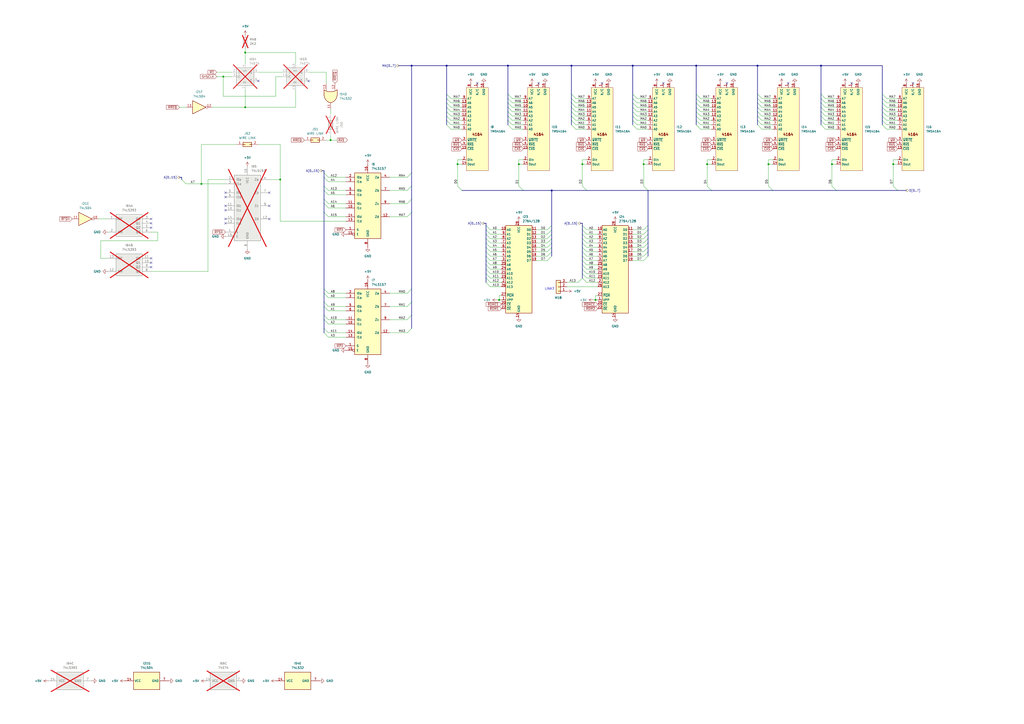
<source format=kicad_sch>
(kicad_sch (version 20250114) (generator "eeschema") (generator_version "9.0")
  (paper "A2")
  (text "LINK?" (at 318.77 167.64 0) (effects (font (size 1.27 1.27))))
  (junction (at 289.56 173.99))
  (junction (at 337.82 95.25))
  (junction (at 367.03 38.1))
  (junction (at 259.08 38.1))
  (junction (at 238.76 38.1))
  (junction (at 294.64 38.1))
  (junction (at 300.99 95.25))
  (junction (at 476.25 38.1))
  (junction (at 373.38 95.25))
  (junction (at 129.54 44.45))
  (junction (at 116.84 106.68))
  (junction (at 439.42 38.1))
  (junction (at 142.24 30.48))
  (junction (at 331.47 38.1))
  (junction (at 403.86 38.1))
  (junction (at 410.21 95.25))
  (junction (at 265.43 95.25))
  (junction (at 518.16 95.25))
  (junction (at 482.6 95.25))
  (junction (at 445.77 95.25))
  (junction (at 320.04 110.49))
  (junction (at 345.44 173.99))
  (junction (at 191.77 81.28))
  (junction (at 162.56 104.14))
  (junction (at 142.24 62.23))
  (no_connect (at 156.21 111.76))
  (no_connect (at 130.81 119.38))
  (no_connect (at 87.63 129.54))
  (no_connect (at 87.63 132.08))
  (no_connect (at 130.81 127))
  (no_connect (at 529.59 48.26))
  (no_connect (at 156.21 119.38))
  (no_connect (at 130.81 111.76))
  (no_connect (at 87.63 154.94))
  (no_connect (at 276.86 48.26))
  (no_connect (at 156.21 127))
  (no_connect (at 312.42 48.26))
  (no_connect (at 130.81 121.92))
  (no_connect (at 149.86 46.99))
  (no_connect (at 130.81 129.54))
  (no_connect (at 87.63 127))
  (no_connect (at 179.07 46.99))
  (no_connect (at 349.25 48.26))
  (no_connect (at 457.2 48.26))
  (no_connect (at 130.81 114.3))
  (no_connect (at 421.64 48.26))
  (no_connect (at 87.63 149.86))
  (no_connect (at 384.81 48.26))
  (no_connect (at 494.03 48.26))
  (no_connect (at 87.63 152.4))
  (bus_entry (at 317.5 135.89) (size 2.54 -2.54))
  (bus_entry (at 340.36 158.75) (size -2.54 -2.54))
  (bus_entry (at 369.57 69.85) (size -2.54 -2.54))
  (bus_entry (at 406.4 64.77) (size -2.54 -2.54))
  (bus_entry (at 190.5 177.8) (size -2.54 -2.54))
  (bus_entry (at 236.22 125.73) (size 2.54 -2.54))
  (bus_entry (at 441.96 57.15) (size -2.54 -2.54))
  (bus_entry (at 334.01 62.23) (size -2.54 -2.54))
  (bus_entry (at 335.28 163.83) (size 2.54 -2.54))
  (bus_entry (at 340.36 138.43) (size -2.54 -2.54))
  (bus_entry (at 478.79 64.77) (size -2.54 -2.54))
  (bus_entry (at 514.35 64.77) (size -2.54 -2.54))
  (bus_entry (at 190.5 120.65) (size -2.54 -2.54))
  (bus_entry (at 518.16 107.95) (size 2.54 2.54))
  (bus_entry (at 369.57 67.31) (size -2.54 -2.54))
  (bus_entry (at 373.38 133.35) (size 2.54 -2.54))
  (bus_entry (at 190.5 172.72) (size -2.54 -2.54))
  (bus_entry (at 317.5 133.35) (size 2.54 -2.54))
  (bus_entry (at 478.79 67.31) (size -2.54 -2.54))
  (bus_entry (at 441.96 74.93) (size -2.54 -2.54))
  (bus_entry (at 410.21 107.95) (size 2.54 2.54))
  (bus_entry (at 190.5 105.41) (size -2.54 -2.54))
  (bus_entry (at 190.5 102.87) (size -2.54 -2.54))
  (bus_entry (at 478.79 62.23) (size -2.54 -2.54))
  (bus_entry (at 340.36 161.29) (size -2.54 -2.54))
  (bus_entry (at 373.38 146.05) (size 2.54 -2.54))
  (bus_entry (at 284.48 138.43) (size -2.54 -2.54))
  (bus_entry (at 261.62 57.15) (size -2.54 -2.54))
  (bus_entry (at 261.62 69.85) (size -2.54 -2.54))
  (bus_entry (at 317.5 138.43) (size 2.54 -2.54))
  (bus_entry (at 514.35 67.31) (size -2.54 -2.54))
  (bus_entry (at 334.01 57.15) (size -2.54 -2.54))
  (bus_entry (at 284.48 148.59) (size -2.54 -2.54))
  (bus_entry (at 340.36 135.89) (size -2.54 -2.54))
  (bus_entry (at 284.48 153.67) (size -2.54 -2.54))
  (bus_entry (at 478.79 57.15) (size -2.54 -2.54))
  (bus_entry (at 190.5 170.18) (size -2.54 -2.54))
  (bus_entry (at 337.82 107.95) (size 2.54 2.54))
  (bus_entry (at 284.48 158.75) (size -2.54 -2.54))
  (bus_entry (at 373.38 143.51) (size 2.54 -2.54))
  (bus_entry (at 441.96 69.85) (size -2.54 -2.54))
  (bus_entry (at 406.4 57.15) (size -2.54 -2.54))
  (bus_entry (at 406.4 59.69) (size -2.54 -2.54))
  (bus_entry (at 334.01 59.69) (size -2.54 -2.54))
  (bus_entry (at 190.5 113.03) (size -2.54 -2.54))
  (bus_entry (at 284.48 166.37) (size -2.54 -2.54))
  (bus_entry (at 284.48 161.29) (size -2.54 -2.54))
  (bus_entry (at 482.6 107.95) (size 2.54 2.54))
  (bus_entry (at 369.57 62.23) (size -2.54 -2.54))
  (bus_entry (at 334.01 72.39) (size -2.54 -2.54))
  (bus_entry (at 190.5 180.34) (size -2.54 -2.54))
  (bus_entry (at 190.5 195.58) (size -2.54 -2.54))
  (bus_entry (at 261.62 64.77) (size -2.54 -2.54))
  (bus_entry (at 478.79 59.69) (size -2.54 -2.54))
  (bus_entry (at 441.96 62.23) (size -2.54 -2.54))
  (bus_entry (at 297.18 57.15) (size -2.54 -2.54))
  (bus_entry (at 340.36 163.83) (size -2.54 -2.54))
  (bus_entry (at 373.38 140.97) (size 2.54 -2.54))
  (bus_entry (at 334.01 69.85) (size -2.54 -2.54))
  (bus_entry (at 514.35 59.69) (size -2.54 -2.54))
  (bus_entry (at 441.96 72.39) (size -2.54 -2.54))
  (bus_entry (at 340.36 156.21) (size -2.54 -2.54))
  (bus_entry (at 317.5 146.05) (size 2.54 -2.54))
  (bus_entry (at 369.57 59.69) (size -2.54 -2.54))
  (bus_entry (at 441.96 67.31) (size -2.54 -2.54))
  (bus_entry (at 261.62 74.93) (size -2.54 -2.54))
  (bus_entry (at 406.4 67.31) (size -2.54 -2.54))
  (bus_entry (at 284.48 156.21) (size -2.54 -2.54))
  (bus_entry (at 478.79 74.93) (size -2.54 -2.54))
  (bus_entry (at 236.22 177.8) (size 2.54 -2.54))
  (bus_entry (at 300.99 107.95) (size 2.54 2.54))
  (bus_entry (at 190.5 118.11) (size -2.54 -2.54))
  (bus_entry (at 340.36 133.35) (size -2.54 -2.54))
  (bus_entry (at 373.38 135.89) (size 2.54 -2.54))
  (bus_entry (at 514.35 62.23) (size -2.54 -2.54))
  (bus_entry (at 334.01 64.77) (size -2.54 -2.54))
  (bus_entry (at 284.48 133.35) (size -2.54 -2.54))
  (bus_entry (at 406.4 72.39) (size -2.54 -2.54))
  (bus_entry (at 261.62 67.31) (size -2.54 -2.54))
  (bus_entry (at 261.62 62.23) (size -2.54 -2.54))
  (bus_entry (at 373.38 138.43) (size 2.54 -2.54))
  (bus_entry (at 441.96 64.77) (size -2.54 -2.54))
  (bus_entry (at 284.48 146.05) (size -2.54 -2.54))
  (bus_entry (at 297.18 69.85) (size -2.54 -2.54))
  (bus_entry (at 236.22 193.04) (size 2.54 -2.54))
  (bus_entry (at 340.36 143.51) (size -2.54 -2.54))
  (bus_entry (at 236.22 185.42) (size 2.54 -2.54))
  (bus_entry (at 334.01 67.31) (size -2.54 -2.54))
  (bus_entry (at 297.18 72.39) (size -2.54 -2.54))
  (bus_entry (at 284.48 143.51) (size -2.54 -2.54))
  (bus_entry (at 441.96 59.69) (size -2.54 -2.54))
  (bus_entry (at 514.35 72.39) (size -2.54 -2.54))
  (bus_entry (at 284.48 135.89) (size -2.54 -2.54))
  (bus_entry (at 317.5 143.51) (size 2.54 -2.54))
  (bus_entry (at 373.38 151.13) (size 2.54 -2.54))
  (bus_entry (at 445.77 107.95) (size 2.54 2.54))
  (bus_entry (at 514.35 69.85) (size -2.54 -2.54))
  (bus_entry (at 340.36 151.13) (size -2.54 -2.54))
  (bus_entry (at 406.4 74.93) (size -2.54 -2.54))
  (bus_entry (at 190.5 110.49) (size -2.54 -2.54))
  (bus_entry (at 107.95 106.68) (size -2.54 -2.54))
  (bus_entry (at 478.79 72.39) (size -2.54 -2.54))
  (bus_entry (at 265.43 107.95) (size 2.54 2.54))
  (bus_entry (at 373.38 148.59) (size 2.54 -2.54))
  (bus_entry (at 369.57 74.93) (size -2.54 -2.54))
  (bus_entry (at 236.22 170.18) (size 2.54 -2.54))
  (bus_entry (at 317.5 148.59) (size 2.54 -2.54))
  (bus_entry (at 297.18 62.23) (size -2.54 -2.54))
  (bus_entry (at 236.22 102.87) (size 2.54 -2.54))
  (bus_entry (at 317.5 151.13) (size 2.54 -2.54))
  (bus_entry (at 373.38 107.95) (size 2.54 2.54))
  (bus_entry (at 190.5 193.04) (size -2.54 -2.54))
  (bus_entry (at 284.48 151.13) (size -2.54 -2.54))
  (bus_entry (at 514.35 74.93) (size -2.54 -2.54))
  (bus_entry (at 236.22 118.11) (size 2.54 -2.54))
  (bus_entry (at 236.22 110.49) (size 2.54 -2.54))
  (bus_entry (at 190.5 187.96) (size -2.54 -2.54))
  (bus_entry (at 261.62 72.39) (size -2.54 -2.54))
  (bus_entry (at 190.5 125.73) (size -2.54 -2.54))
  (bus_entry (at 284.48 163.83) (size -2.54 -2.54))
  (bus_entry (at 340.36 146.05) (size -2.54 -2.54))
  (bus_entry (at 369.57 72.39) (size -2.54 -2.54))
  (bus_entry (at 297.18 64.77) (size -2.54 -2.54))
  (bus_entry (at 406.4 69.85) (size -2.54 -2.54))
  (bus_entry (at 406.4 62.23) (size -2.54 -2.54))
  (bus_entry (at 190.5 185.42) (size -2.54 -2.54))
  (bus_entry (at 261.62 59.69) (size -2.54 -2.54))
  (bus_entry (at 340.36 140.97) (size -2.54 -2.54))
  (bus_entry (at 340.36 148.59) (size -2.54 -2.54))
  (bus_entry (at 369.57 64.77) (size -2.54 -2.54))
  (bus_entry (at 340.36 153.67) (size -2.54 -2.54))
  (bus_entry (at 284.48 140.97) (size -2.54 -2.54))
  (bus_entry (at 297.18 59.69) (size -2.54 -2.54))
  (bus_entry (at 317.5 140.97) (size 2.54 -2.54))
  (bus_entry (at 478.79 69.85) (size -2.54 -2.54))
  (bus_entry (at 334.01 74.93) (size -2.54 -2.54))
  (bus_entry (at 369.57 57.15) (size -2.54 -2.54))
  (bus_entry (at 297.18 74.93) (size -2.54 -2.54))
  (bus_entry (at 514.35 57.15) (size -2.54 -2.54))
  (bus_entry (at 297.18 67.31) (size -2.54 -2.54))
  (bus (pts (xy 476.25 38.1) (xy 476.25 54.61)))
  (wire (pts (xy 346.71 151.13) (xy 340.36 151.13)))
  (bus (pts (xy 439.42 67.31) (xy 439.42 69.85)))
  (bus (pts (xy 367.03 59.69) (xy 367.03 62.23)))
  (bus (pts (xy 238.76 107.95) (xy 238.76 100.33)))
  (wire (pts (xy 485.14 74.93) (xy 478.79 74.93)))
  (bus (pts (xy 340.36 110.49) (xy 375.92 110.49)))
  (wire (pts (xy 346.71 138.43) (xy 340.36 138.43)))
  (wire (pts (xy 375.92 74.93) (xy 369.57 74.93)))
  (bus (pts (xy 259.08 54.61) (xy 259.08 57.15)))
  (wire (pts (xy 162.56 104.14) (xy 162.56 128.27)))
  (bus (pts (xy 403.86 59.69) (xy 403.86 62.23)))
  (wire (pts (xy 290.83 138.43) (xy 284.48 138.43)))
  (wire (pts (xy 200.66 113.03) (xy 190.5 113.03)))
  (wire (pts (xy 200.66 185.42) (xy 190.5 185.42)))
  (bus (pts (xy 403.86 57.15) (xy 403.86 59.69)))
  (bus (pts (xy 337.82 133.35) (xy 337.82 135.89)))
  (bus (pts (xy 187.96 110.49) (xy 187.96 115.57)))
  (bus (pts (xy 412.75 110.49) (xy 448.31 110.49)))
  (wire (pts (xy 160.02 44.45) (xy 163.83 44.45)))
  (wire (pts (xy 142.24 27.94) (xy 142.24 30.48)))
  (bus (pts (xy 320.04 140.97) (xy 320.04 143.51)))
  (bus (pts (xy 375.92 146.05) (xy 375.92 148.59)))
  (wire (pts (xy 303.53 57.15) (xy 297.18 57.15)))
  (bus (pts (xy 294.64 54.61) (xy 294.64 57.15)))
  (wire (pts (xy 87.63 157.48) (xy 120.65 157.48)))
  (wire (pts (xy 303.53 62.23) (xy 297.18 62.23)))
  (bus (pts (xy 281.94 158.75) (xy 281.94 161.29)))
  (bus (pts (xy 187.96 190.5) (xy 187.96 193.04)))
  (wire (pts (xy 171.45 30.48) (xy 142.24 30.48)))
  (wire (pts (xy 346.71 146.05) (xy 340.36 146.05)))
  (wire (pts (xy 448.31 57.15) (xy 441.96 57.15)))
  (wire (pts (xy 290.83 156.21) (xy 284.48 156.21)))
  (bus (pts (xy 439.42 64.77) (xy 439.42 67.31)))
  (wire (pts (xy 373.38 95.25) (xy 373.38 107.95)))
  (wire (pts (xy 445.77 92.71) (xy 445.77 95.25)))
  (wire (pts (xy 412.75 72.39) (xy 406.4 72.39)))
  (wire (pts (xy 345.44 173.99) (xy 346.71 173.99)))
  (bus (pts (xy 485.14 110.49) (xy 520.7 110.49)))
  (bus (pts (xy 337.82 129.54) (xy 337.82 130.81)))
  (wire (pts (xy 171.45 62.23) (xy 171.45 52.07)))
  (wire (pts (xy 375.92 64.77) (xy 369.57 64.77)))
  (bus (pts (xy 187.96 102.87) (xy 187.96 107.95)))
  (bus (pts (xy 331.47 67.31) (xy 331.47 69.85)))
  (wire (pts (xy 290.83 146.05) (xy 284.48 146.05)))
  (bus (pts (xy 320.04 135.89) (xy 320.04 138.43)))
  (bus (pts (xy 238.76 38.1) (xy 259.08 38.1)))
  (bus (pts (xy 281.94 130.81) (xy 281.94 133.35)))
  (wire (pts (xy 448.31 67.31) (xy 441.96 67.31)))
  (wire (pts (xy 367.03 133.35) (xy 373.38 133.35)))
  (wire (pts (xy 311.15 148.59) (xy 317.5 148.59)))
  (wire (pts (xy 520.7 57.15) (xy 514.35 57.15)))
  (bus (pts (xy 520.7 110.49) (xy 525.78 110.49)))
  (bus (pts (xy 331.47 57.15) (xy 331.47 59.69)))
  (wire (pts (xy 412.75 67.31) (xy 406.4 67.31)))
  (wire (pts (xy 346.71 171.45) (xy 345.44 171.45)))
  (wire (pts (xy 448.31 92.71) (xy 445.77 92.71)))
  (bus (pts (xy 187.96 175.26) (xy 187.96 177.8)))
  (wire (pts (xy 412.75 59.69) (xy 406.4 59.69)))
  (bus (pts (xy 259.08 64.77) (xy 259.08 67.31)))
  (wire (pts (xy 226.06 118.11) (xy 236.22 118.11)))
  (wire (pts (xy 340.36 59.69) (xy 334.01 59.69)))
  (wire (pts (xy 448.31 59.69) (xy 441.96 59.69)))
  (wire (pts (xy 91.44 134.62) (xy 91.44 139.7)))
  (bus (pts (xy 303.53 110.49) (xy 320.04 110.49)))
  (bus (pts (xy 238.76 190.5) (xy 238.76 182.88)))
  (wire (pts (xy 448.31 72.39) (xy 441.96 72.39)))
  (bus (pts (xy 375.92 110.49) (xy 375.92 130.81)))
  (wire (pts (xy 290.83 148.59) (xy 284.48 148.59)))
  (wire (pts (xy 226.06 125.73) (xy 236.22 125.73)))
  (wire (pts (xy 311.15 146.05) (xy 317.5 146.05)))
  (wire (pts (xy 200.66 177.8) (xy 190.5 177.8)))
  (wire (pts (xy 191.77 66.04) (xy 191.77 63.5)))
  (bus (pts (xy 320.04 138.43) (xy 320.04 140.97)))
  (bus (pts (xy 476.25 38.1) (xy 511.81 38.1)))
  (bus (pts (xy 439.42 57.15) (xy 439.42 59.69)))
  (wire (pts (xy 520.7 62.23) (xy 514.35 62.23)))
  (bus (pts (xy 187.96 100.33) (xy 187.96 102.87)))
  (bus (pts (xy 367.03 38.1) (xy 367.03 54.61)))
  (bus (pts (xy 187.96 182.88) (xy 187.96 185.42)))
  (bus (pts (xy 104.14 102.87) (xy 105.41 102.87)))
  (bus (pts (xy 476.25 62.23) (xy 476.25 64.77)))
  (wire (pts (xy 189.23 41.91) (xy 179.07 41.91)))
  (wire (pts (xy 346.71 163.83) (xy 340.36 163.83)))
  (wire (pts (xy 171.45 36.83) (xy 171.45 30.48)))
  (bus (pts (xy 238.76 100.33) (xy 238.76 38.1)))
  (wire (pts (xy 520.7 74.93) (xy 514.35 74.93)))
  (wire (pts (xy 200.66 102.87) (xy 190.5 102.87)))
  (wire (pts (xy 300.99 95.25) (xy 300.99 107.95)))
  (wire (pts (xy 482.6 95.25) (xy 485.14 95.25)))
  (bus (pts (xy 259.08 59.69) (xy 259.08 62.23)))
  (bus (pts (xy 337.82 143.51) (xy 337.82 146.05)))
  (bus (pts (xy 281.94 161.29) (xy 281.94 163.83)))
  (wire (pts (xy 200.66 193.04) (xy 190.5 193.04)))
  (bus (pts (xy 375.92 110.49) (xy 412.75 110.49)))
  (bus (pts (xy 367.03 62.23) (xy 367.03 64.77)))
  (wire (pts (xy 340.36 57.15) (xy 334.01 57.15)))
  (wire (pts (xy 410.21 95.25) (xy 410.21 107.95)))
  (bus (pts (xy 186.69 99.06) (xy 187.96 99.06)))
  (wire (pts (xy 290.83 166.37) (xy 284.48 166.37)))
  (wire (pts (xy 120.65 157.48) (xy 120.65 104.14)))
  (wire (pts (xy 367.03 140.97) (xy 373.38 140.97)))
  (wire (pts (xy 116.84 106.68) (xy 130.81 106.68)))
  (wire (pts (xy 300.99 95.25) (xy 303.53 95.25)))
  (wire (pts (xy 125.73 41.91) (xy 134.62 41.91)))
  (wire (pts (xy 518.16 92.71) (xy 518.16 95.25)))
  (bus (pts (xy 337.82 158.75) (xy 337.82 161.29)))
  (wire (pts (xy 375.92 57.15) (xy 369.57 57.15)))
  (bus (pts (xy 511.81 59.69) (xy 511.81 62.23)))
  (wire (pts (xy 226.06 102.87) (xy 236.22 102.87)))
  (wire (pts (xy 303.53 92.71) (xy 300.99 92.71)))
  (wire (pts (xy 445.77 95.25) (xy 445.77 107.95)))
  (bus (pts (xy 259.08 38.1) (xy 294.64 38.1)))
  (wire (pts (xy 410.21 92.71) (xy 410.21 95.25)))
  (wire (pts (xy 375.92 67.31) (xy 369.57 67.31)))
  (wire (pts (xy 200.66 170.18) (xy 190.5 170.18)))
  (wire (pts (xy 367.03 135.89) (xy 373.38 135.89)))
  (wire (pts (xy 346.71 153.67) (xy 340.36 153.67)))
  (wire (pts (xy 191.77 81.28) (xy 191.77 78.74)))
  (wire (pts (xy 156.21 104.14) (xy 162.56 104.14)))
  (wire (pts (xy 445.77 95.25) (xy 448.31 95.25)))
  (wire (pts (xy 200.66 195.58) (xy 190.5 195.58)))
  (wire (pts (xy 373.38 95.25) (xy 375.92 95.25)))
  (wire (pts (xy 367.03 138.43) (xy 373.38 138.43)))
  (bus (pts (xy 320.04 130.81) (xy 320.04 133.35)))
  (wire (pts (xy 518.16 95.25) (xy 518.16 107.95)))
  (bus (pts (xy 403.86 69.85) (xy 403.86 72.39)))
  (bus (pts (xy 511.81 54.61) (xy 511.81 57.15)))
  (bus (pts (xy 476.25 69.85) (xy 476.25 72.39)))
  (wire (pts (xy 340.36 72.39) (xy 334.01 72.39)))
  (bus (pts (xy 281.94 138.43) (xy 281.94 140.97)))
  (bus (pts (xy 367.03 57.15) (xy 367.03 59.69)))
  (wire (pts (xy 328.93 163.83) (xy 335.28 163.83)))
  (bus (pts (xy 476.25 67.31) (xy 476.25 69.85)))
  (bus (pts (xy 367.03 38.1) (xy 403.86 38.1)))
  (wire (pts (xy 290.83 161.29) (xy 284.48 161.29)))
  (bus (pts (xy 281.94 156.21) (xy 281.94 158.75)))
  (wire (pts (xy 226.06 177.8) (xy 236.22 177.8)))
  (wire (pts (xy 367.03 151.13) (xy 373.38 151.13)))
  (bus (pts (xy 331.47 64.77) (xy 331.47 67.31)))
  (bus (pts (xy 439.42 38.1) (xy 476.25 38.1)))
  (wire (pts (xy 375.92 59.69) (xy 369.57 59.69)))
  (bus (pts (xy 367.03 69.85) (xy 367.03 72.39)))
  (wire (pts (xy 200.66 180.34) (xy 190.5 180.34)))
  (wire (pts (xy 267.97 69.85) (xy 261.62 69.85)))
  (bus (pts (xy 337.82 148.59) (xy 337.82 151.13)))
  (bus (pts (xy 187.96 107.95) (xy 187.96 110.49)))
  (bus (pts (xy 367.03 64.77) (xy 367.03 67.31)))
  (bus (pts (xy 238.76 115.57) (xy 238.76 107.95)))
  (bus (pts (xy 331.47 62.23) (xy 331.47 64.77)))
  (wire (pts (xy 448.31 62.23) (xy 441.96 62.23)))
  (wire (pts (xy 482.6 95.25) (xy 482.6 107.95)))
  (wire (pts (xy 142.24 62.23) (xy 171.45 62.23)))
  (wire (pts (xy 149.86 41.91) (xy 163.83 41.91)))
  (wire (pts (xy 200.66 105.41) (xy 190.5 105.41)))
  (wire (pts (xy 290.83 163.83) (xy 284.48 163.83)))
  (wire (pts (xy 290.83 153.67) (xy 284.48 153.67)))
  (wire (pts (xy 485.14 57.15) (xy 478.79 57.15)))
  (wire (pts (xy 485.14 67.31) (xy 478.79 67.31)))
  (wire (pts (xy 288.29 173.99) (xy 289.56 173.99)))
  (bus (pts (xy 403.86 67.31) (xy 403.86 69.85)))
  (wire (pts (xy 340.36 62.23) (xy 334.01 62.23)))
  (wire (pts (xy 412.75 62.23) (xy 406.4 62.23)))
  (wire (pts (xy 226.06 170.18) (xy 236.22 170.18)))
  (wire (pts (xy 289.56 171.45) (xy 289.56 173.99)))
  (wire (pts (xy 57.15 127) (xy 62.23 127)))
  (wire (pts (xy 267.97 92.71) (xy 265.43 92.71)))
  (wire (pts (xy 290.83 133.35) (xy 284.48 133.35)))
  (wire (pts (xy 123.19 62.23) (xy 142.24 62.23)))
  (bus (pts (xy 331.47 38.1) (xy 331.47 54.61)))
  (wire (pts (xy 373.38 92.71) (xy 373.38 95.25)))
  (wire (pts (xy 346.71 158.75) (xy 340.36 158.75)))
  (bus (pts (xy 294.64 38.1) (xy 331.47 38.1)))
  (wire (pts (xy 267.97 64.77) (xy 261.62 64.77)))
  (wire (pts (xy 129.54 55.88) (xy 160.02 55.88)))
  (wire (pts (xy 116.84 83.82) (xy 116.84 106.68)))
  (bus (pts (xy 320.04 110.49) (xy 340.36 110.49)))
  (wire (pts (xy 226.06 185.42) (xy 236.22 185.42)))
  (bus (pts (xy 238.76 167.64) (xy 238.76 123.19)))
  (bus (pts (xy 320.04 133.35) (xy 320.04 135.89)))
  (bus (pts (xy 187.96 185.42) (xy 187.96 190.5)))
  (wire (pts (xy 162.56 83.82) (xy 149.86 83.82)))
  (wire (pts (xy 267.97 74.93) (xy 261.62 74.93)))
  (bus (pts (xy 375.92 133.35) (xy 375.92 135.89)))
  (wire (pts (xy 518.16 95.25) (xy 520.7 95.25)))
  (wire (pts (xy 340.36 74.93) (xy 334.01 74.93)))
  (wire (pts (xy 337.82 92.71) (xy 337.82 95.25)))
  (bus (pts (xy 375.92 140.97) (xy 375.92 143.51)))
  (bus (pts (xy 267.97 110.49) (xy 303.53 110.49)))
  (wire (pts (xy 129.54 44.45) (xy 129.54 55.88)))
  (wire (pts (xy 340.36 92.71) (xy 337.82 92.71)))
  (wire (pts (xy 303.53 59.69) (xy 297.18 59.69)))
  (wire (pts (xy 375.92 69.85) (xy 369.57 69.85)))
  (wire (pts (xy 189.23 81.28) (xy 191.77 81.28)))
  (bus (pts (xy 238.76 123.19) (xy 238.76 115.57)))
  (bus (pts (xy 331.47 69.85) (xy 331.47 72.39)))
  (wire (pts (xy 448.31 69.85) (xy 441.96 69.85)))
  (bus (pts (xy 294.64 38.1) (xy 294.64 54.61)))
  (wire (pts (xy 125.73 44.45) (xy 129.54 44.45)))
  (bus (pts (xy 259.08 38.1) (xy 259.08 54.61)))
  (wire (pts (xy 410.21 95.25) (xy 412.75 95.25)))
  (bus (pts (xy 187.96 170.18) (xy 187.96 175.26)))
  (bus (pts (xy 294.64 59.69) (xy 294.64 62.23)))
  (wire (pts (xy 485.14 62.23) (xy 478.79 62.23)))
  (wire (pts (xy 303.53 67.31) (xy 297.18 67.31)))
  (bus (pts (xy 280.67 129.54) (xy 281.94 129.54)))
  (wire (pts (xy 485.14 59.69) (xy 478.79 59.69)))
  (wire (pts (xy 340.36 64.77) (xy 334.01 64.77)))
  (bus (pts (xy 238.76 175.26) (xy 238.76 167.64)))
  (bus (pts (xy 337.82 135.89) (xy 337.82 138.43)))
  (bus (pts (xy 476.25 64.77) (xy 476.25 67.31)))
  (wire (pts (xy 226.06 110.49) (xy 236.22 110.49)))
  (wire (pts (xy 290.83 158.75) (xy 284.48 158.75)))
  (bus (pts (xy 511.81 38.1) (xy 511.81 54.61)))
  (wire (pts (xy 267.97 67.31) (xy 261.62 67.31)))
  (bus (pts (xy 337.82 151.13) (xy 337.82 153.67)))
  (bus (pts (xy 187.96 118.11) (xy 187.96 123.19)))
  (bus (pts (xy 439.42 69.85) (xy 439.42 72.39)))
  (bus (pts (xy 476.25 59.69) (xy 476.25 62.23)))
  (bus (pts (xy 187.96 115.57) (xy 187.96 118.11)))
  (bus (pts (xy 337.82 138.43) (xy 337.82 140.97)))
  (wire (pts (xy 191.77 81.28) (xy 195.58 81.28)))
  (wire (pts (xy 337.82 95.25) (xy 340.36 95.25)))
  (bus (pts (xy 320.04 146.05) (xy 320.04 148.59)))
  (bus (pts (xy 238.76 182.88) (xy 238.76 175.26)))
  (wire (pts (xy 448.31 64.77) (xy 441.96 64.77)))
  (bus (pts (xy 259.08 62.23) (xy 259.08 64.77)))
  (wire (pts (xy 367.03 148.59) (xy 373.38 148.59)))
  (wire (pts (xy 520.7 59.69) (xy 514.35 59.69)))
  (bus (pts (xy 337.82 146.05) (xy 337.82 148.59)))
  (bus (pts (xy 187.96 177.8) (xy 187.96 182.88)))
  (wire (pts (xy 340.36 69.85) (xy 334.01 69.85)))
  (wire (pts (xy 375.92 62.23) (xy 369.57 62.23)))
  (bus (pts (xy 511.81 69.85) (xy 511.81 72.39)))
  (wire (pts (xy 200.66 118.11) (xy 190.5 118.11)))
  (wire (pts (xy 120.65 104.14) (xy 130.81 104.14)))
  (wire (pts (xy 412.75 64.77) (xy 406.4 64.77)))
  (bus (pts (xy 439.42 38.1) (xy 439.42 54.61)))
  (wire (pts (xy 412.75 69.85) (xy 406.4 69.85)))
  (wire (pts (xy 485.14 92.71) (xy 482.6 92.71)))
  (wire (pts (xy 267.97 57.15) (xy 261.62 57.15)))
  (bus (pts (xy 476.25 57.15) (xy 476.25 59.69)))
  (wire (pts (xy 346.71 140.97) (xy 340.36 140.97)))
  (bus (pts (xy 281.94 133.35) (xy 281.94 135.89)))
  (wire (pts (xy 520.7 72.39) (xy 514.35 72.39)))
  (wire (pts (xy 346.71 143.51) (xy 340.36 143.51)))
  (wire (pts (xy 200.66 110.49) (xy 190.5 110.49)))
  (wire (pts (xy 200.66 187.96) (xy 190.5 187.96)))
  (bus (pts (xy 281.94 143.51) (xy 281.94 146.05)))
  (wire (pts (xy 412.75 74.93) (xy 406.4 74.93)))
  (wire (pts (xy 346.71 148.59) (xy 340.36 148.59)))
  (wire (pts (xy 265.43 92.71) (xy 265.43 95.25)))
  (wire (pts (xy 267.97 72.39) (xy 261.62 72.39)))
  (wire (pts (xy 367.03 143.51) (xy 373.38 143.51)))
  (wire (pts (xy 162.56 104.14) (xy 162.56 83.82)))
  (wire (pts (xy 485.14 69.85) (xy 478.79 69.85)))
  (bus (pts (xy 367.03 67.31) (xy 367.03 69.85)))
  (wire (pts (xy 137.16 83.82) (xy 116.84 83.82)))
  (wire (pts (xy 290.83 151.13) (xy 284.48 151.13)))
  (wire (pts (xy 520.7 92.71) (xy 518.16 92.71)))
  (bus (pts (xy 281.94 153.67) (xy 281.94 156.21)))
  (bus (pts (xy 294.64 69.85) (xy 294.64 72.39)))
  (wire (pts (xy 200.66 125.73) (xy 190.5 125.73)))
  (wire (pts (xy 58.42 149.86) (xy 62.23 149.86)))
  (wire (pts (xy 311.15 135.89) (xy 317.5 135.89)))
  (bus (pts (xy 448.31 110.49) (xy 485.14 110.49)))
  (bus (pts (xy 403.86 64.77) (xy 403.86 67.31)))
  (wire (pts (xy 346.71 133.35) (xy 340.36 133.35)))
  (wire (pts (xy 303.53 64.77) (xy 297.18 64.77)))
  (bus (pts (xy 281.94 151.13) (xy 281.94 153.67)))
  (wire (pts (xy 485.14 64.77) (xy 478.79 64.77)))
  (bus (pts (xy 259.08 57.15) (xy 259.08 59.69)))
  (wire (pts (xy 448.31 74.93) (xy 441.96 74.93)))
  (bus (pts (xy 511.81 64.77) (xy 511.81 67.31)))
  (bus (pts (xy 337.82 156.21) (xy 337.82 158.75)))
  (wire (pts (xy 311.15 143.51) (xy 317.5 143.51)))
  (wire (pts (xy 160.02 55.88) (xy 160.02 44.45)))
  (wire (pts (xy 482.6 92.71) (xy 482.6 95.25)))
  (wire (pts (xy 337.82 95.25) (xy 337.82 107.95)))
  (wire (pts (xy 87.63 134.62) (xy 91.44 134.62)))
  (bus (pts (xy 259.08 69.85) (xy 259.08 72.39)))
  (wire (pts (xy 91.44 139.7) (xy 58.42 139.7)))
  (wire (pts (xy 200.66 120.65) (xy 190.5 120.65)))
  (bus (pts (xy 439.42 62.23) (xy 439.42 64.77)))
  (bus (pts (xy 403.86 54.61) (xy 403.86 57.15)))
  (bus (pts (xy 281.94 148.59) (xy 281.94 151.13)))
  (bus (pts (xy 259.08 67.31) (xy 259.08 69.85)))
  (bus (pts (xy 238.76 38.1) (xy 231.14 38.1)))
  (wire (pts (xy 303.53 72.39) (xy 297.18 72.39)))
  (bus (pts (xy 337.82 153.67) (xy 337.82 156.21)))
  (wire (pts (xy 265.43 95.25) (xy 267.97 95.25)))
  (bus (pts (xy 336.55 129.54) (xy 337.82 129.54)))
  (bus (pts (xy 294.64 64.77) (xy 294.64 67.31)))
  (wire (pts (xy 345.44 171.45) (xy 345.44 173.99)))
  (bus (pts (xy 367.03 54.61) (xy 367.03 57.15)))
  (bus (pts (xy 476.25 54.61) (xy 476.25 57.15)))
  (bus (pts (xy 375.92 143.51) (xy 375.92 146.05)))
  (wire (pts (xy 162.56 128.27) (xy 200.66 128.27)))
  (wire (pts (xy 267.97 62.23) (xy 261.62 62.23)))
  (wire (pts (xy 375.92 92.71) (xy 373.38 92.71)))
  (bus (pts (xy 187.96 123.19) (xy 187.96 167.64)))
  (wire (pts (xy 290.83 171.45) (xy 289.56 171.45)))
  (bus (pts (xy 320.04 143.51) (xy 320.04 146.05)))
  (bus (pts (xy 403.86 38.1) (xy 403.86 54.61)))
  (bus (pts (xy 375.92 130.81) (xy 375.92 133.35)))
  (wire (pts (xy 265.43 95.25) (xy 265.43 107.95)))
  (wire (pts (xy 328.93 166.37) (xy 346.71 166.37)))
  (bus (pts (xy 105.41 102.87) (xy 105.41 104.14)))
  (bus (pts (xy 439.42 54.61) (xy 439.42 57.15)))
  (wire (pts (xy 346.71 156.21) (xy 340.36 156.21)))
  (wire (pts (xy 289.56 173.99) (xy 290.83 173.99)))
  (bus (pts (xy 337.82 140.97) (xy 337.82 143.51)))
  (bus (pts (xy 511.81 67.31) (xy 511.81 69.85)))
  (bus (pts (xy 403.86 62.23) (xy 403.86 64.77)))
  (wire (pts (xy 303.53 69.85) (xy 297.18 69.85)))
  (bus (pts (xy 320.04 110.49) (xy 320.04 130.81)))
  (wire (pts (xy 340.36 67.31) (xy 334.01 67.31)))
  (bus (pts (xy 403.86 38.1) (xy 439.42 38.1)))
  (bus (pts (xy 331.47 38.1) (xy 367.03 38.1)))
  (wire (pts (xy 200.66 172.72) (xy 190.5 172.72)))
  (wire (pts (xy 142.24 30.48) (xy 142.24 36.83)))
  (wire (pts (xy 311.15 133.35) (xy 317.5 133.35)))
  (wire (pts (xy 311.15 138.43) (xy 317.5 138.43)))
  (bus (pts (xy 331.47 59.69) (xy 331.47 62.23)))
  (wire (pts (xy 520.7 69.85) (xy 514.35 69.85)))
  (wire (pts (xy 142.24 52.07) (xy 142.24 62.23)))
  (bus (pts (xy 281.94 140.97) (xy 281.94 143.51)))
  (bus (pts (xy 281.94 146.05) (xy 281.94 148.59)))
  (wire (pts (xy 104.14 62.23) (xy 107.95 62.23)))
  (wire (pts (xy 267.97 59.69) (xy 261.62 59.69)))
  (wire (pts (xy 344.17 173.99) (xy 345.44 173.99)))
  (bus (pts (xy 294.64 62.23) (xy 294.64 64.77)))
  (wire (pts (xy 290.83 135.89) (xy 284.48 135.89)))
  (wire (pts (xy 134.62 44.45) (xy 129.54 44.45)))
  (bus (pts (xy 294.64 57.15) (xy 294.64 59.69)))
  (wire (pts (xy 303.53 74.93) (xy 297.18 74.93)))
  (bus (pts (xy 375.92 138.43) (xy 375.92 140.97)))
  (bus (pts (xy 294.64 67.31) (xy 294.64 69.85)))
  (bus (pts (xy 439.42 59.69) (xy 439.42 62.23)))
  (wire (pts (xy 311.15 140.97) (xy 317.5 140.97)))
  (wire (pts (xy 520.7 64.77) (xy 514.35 64.77)))
  (bus (pts (xy 375.92 135.89) (xy 375.92 138.43)))
  (wire (pts (xy 290.83 143.51) (xy 284.48 143.51)))
  (wire (pts (xy 300.99 92.71) (xy 300.99 95.25)))
  (bus (pts (xy 187.96 167.64) (xy 187.96 170.18)))
  (wire (pts (xy 520.7 67.31) (xy 514.35 67.31)))
  (bus (pts (xy 511.81 62.23) (xy 511.81 64.77)))
  (bus (pts (xy 281.94 129.54) (xy 281.94 130.81)))
  (bus (pts (xy 331.47 54.61) (xy 331.47 57.15)))
  (wire (pts (xy 367.03 146.05) (xy 373.38 146.05)))
  (wire (pts (xy 346.71 161.29) (xy 340.36 161.29)))
  (wire (pts (xy 226.06 193.04) (xy 236.22 193.04)))
  (wire (pts (xy 375.92 72.39) (xy 369.57 72.39)))
  (bus (pts (xy 337.82 130.81) (xy 337.82 133.35)))
  (wire (pts (xy 485.14 72.39) (xy 478.79 72.39)))
  (wire (pts (xy 290.83 140.97) (xy 284.48 140.97)))
  (wire (pts (xy 346.71 135.89) (xy 340.36 135.89)))
  (wire (pts (xy 107.95 106.68) (xy 116.84 106.68)))
  (wire (pts (xy 412.75 92.71) (xy 410.21 92.71)))
  (wire (pts (xy 311.15 151.13) (xy 317.5 151.13)))
  (bus (pts (xy 187.96 99.06) (xy 187.96 100.33)))
  (bus (pts (xy 511.81 57.15) (xy 511.81 59.69)))
  (wire (pts (xy 189.23 48.26) (xy 189.23 41.91)))
  (bus (pts (xy 281.94 135.89) (xy 281.94 138.43)))
  (wire (pts (xy 412.75 57.15) (xy 406.4 57.15)))
  (wire (pts (xy 58.42 139.7) (xy 58.42 149.86)))
  (label "D2" (at 369.57 138.43 0))
  (label "A13" (at 334.01 163.83 180))
  (label "D5" (at 445.77 106.68 90))
  (label "MA7" (at 480.06 57.15 0))
  (label "MA2" (at 480.06 69.85 0))
  (label "D6" (at 482.6 106.68 90))
  (label "MA2" (at 371.2588 69.85 0))
  (label "A5" (at 341.63 146.05 0))
  (label "MA4" (at 335.28 64.77 0))
  (label "MA6" (at 262.89 59.69 0))
  (label "A10" (at 285.75 158.75 0))
  (label "A11" (at 191.77 193.04 0))
  (label "MA6" (at 515.62 59.69 0))
  (label "A3" (at 191.77 195.58 0))
  (label "A5" (at 191.77 113.03 0))
  (label "D0" (at 369.57 133.35 0))
  (label "D2" (at 313.69 138.43 0))
  (label "MA7" (at 371.2588 57.15 0))
  (label "MA6" (at 371.2588 59.69 0))
  (label "MA5" (at 371.2588 62.23 0))
  (label "MA1" (at 515.62 72.39 0))
  (label "A8" (at 341.63 153.67 0))
  (label "MA5" (at 480.06 62.23 0))
  (label "MA0" (at 515.62 74.93 0))
  (label "MA4" (at 262.89 64.77 0))
  (label "D4" (at 369.57 143.51 0))
  (label "A4" (at 285.75 143.51 0))
  (label "A2" (at 285.75 138.43 0))
  (label "MA4" (at 443.23 64.77 0))
  (label "D5" (at 313.69 146.05 0))
  (label "MA0" (at 298.45 74.93 0))
  (label "MA6" (at 480.06 59.69 0))
  (label "MA4" (at 515.62 64.77 0))
  (label "A9" (at 341.63 156.21 0))
  (label "MA5" (at 262.89 62.23 0))
  (label "A8" (at 191.77 170.18 0))
  (label "MA5" (at 298.45 62.23 0))
  (label "A7" (at 113.03 106.68 180))
  (label "MA3" (at 231.14 193.04 0))
  (label "MA3" (at 298.45 67.31 0))
  (label "MA5" (at 335.28 62.23 0))
  (label "MA5" (at 443.23 62.23 0))
  (label "MA2" (at 262.89 69.85 0))
  (label "MA7" (at 231.14 125.73 0))
  (label "MA0" (at 335.28 74.93 0))
  (label "MA0" (at 371.2588 74.93 0))
  (label "A2" (at 341.63 138.43 0))
  (label "D6" (at 313.69 148.59 0))
  (label "MA1" (at 480.06 72.39 0))
  (label "MA1" (at 298.45 72.39 0))
  (label "D3" (at 369.57 140.97 0))
  (label "MA4" (at 480.06 64.77 0))
  (label "A3" (at 285.75 140.97 0))
  (label "MA4" (at 231.14 102.87 0))
  (label "MA1" (at 335.28 72.39 0))
  (label "A10" (at 341.63 158.75 0))
  (label "D2" (at 337.82 106.68 90))
  (label "MA1" (at 231.14 177.8 0))
  (label "D1" (at 369.57 135.89 0))
  (label "A5" (at 285.75 146.05 0))
  (label "MA3" (at 407.67 67.31 0))
  (label "A1" (at 191.77 180.34 0))
  (label "MA1" (at 262.89 72.39 0))
  (label "MA3" (at 443.23 67.31 0))
  (label "A12" (at 341.63 163.83 0))
  (label "A11" (at 341.63 161.29 0))
  (label "A8" (at 285.75 153.67 0))
  (label "A0" (at 285.75 133.35 0))
  (label "MA0" (at 480.06 74.93 0))
  (label "A10" (at 191.77 185.42 0))
  (label "MA2" (at 443.23 69.85 0))
  (label "A9" (at 285.75 156.21 0))
  (label "MA3" (at 480.06 67.31 0))
  (label "MA6" (at 335.28 59.69 0))
  (label "MA7" (at 298.45 57.15 0))
  (label "MA2" (at 407.67 69.85 0))
  (label "MA3" (at 262.89 67.31 0))
  (label "MA6" (at 231.14 118.11 0))
  (label "A2" (at 191.77 187.96 0))
  (label "A0" (at 341.63 133.35 0))
  (label "MA3" (at 515.62 67.31 0))
  (label "A7" (at 341.63 151.13 0))
  (label "MA5" (at 231.14 110.49 0))
  (label "MA3" (at 335.28 67.31 0))
  (label "A7" (at 285.75 151.13 0))
  (label "A0" (at 191.77 172.72 0))
  (label "A6" (at 191.77 120.65 0))
  (label "D4" (at 313.69 143.51 0))
  (label "MA4" (at 298.45 64.77 0))
  (label "D1" (at 300.99 106.68 90))
  (label "MA7" (at 262.89 57.15 0))
  (label "D7" (at 313.69 151.13 0))
  (label "MA2" (at 231.14 185.42 0))
  (label "A6" (at 285.75 148.59 0))
  (label "D1" (at 313.69 135.89 0))
  (label "MA6" (at 407.67 59.69 0))
  (label "MA4" (at 371.2588 64.77 0))
  (label "MA1" (at 371.2588 72.39 0))
  (label "D5" (at 369.57 146.05 0))
  (label "MA7" (at 443.23 57.15 0))
  (label "A1" (at 285.75 135.89 0))
  (label "D3" (at 313.69 140.97 0))
  (label "D0" (at 265.43 106.68 90))
  (label "A15" (at 191.77 125.73 0))
  (label "D0" (at 313.69 133.35 0))
  (label "A3" (at 341.63 140.97 0))
  (label "MA0" (at 407.67 74.93 0))
  (label "A1" (at 341.63 135.89 0))
  (label "D7" (at 369.57 151.13 0))
  (label "MA7" (at 515.62 57.15 0))
  (label "MA5" (at 515.62 62.23 0))
  (label "MA5" (at 407.67 62.23 0))
  (label "A13" (at 285.75 166.37 0))
  (label "MA7" (at 407.67 57.15 0))
  (label "A4" (at 191.77 105.41 0))
  (label "A4" (at 341.63 143.51 0))
  (label "MA2" (at 335.28 69.85 0))
  (label "D7" (at 518.16 106.68 90))
  (label "A9" (at 191.77 177.8 0))
  (label "MA7" (at 335.28 57.15 0))
  (label "D3" (at 373.38 106.68 90))
  (label "MA2" (at 298.45 69.85 0))
  (label "MA0" (at 443.23 74.93 0))
  (label "MA1" (at 407.67 72.39 0))
  (label "A14" (at 191.77 118.11 0))
  (label "MA2" (at 515.62 69.85 0))
  (label "A11" (at 285.75 161.29 0))
  (label "MA3" (at 371.2588 67.31 0))
  (label "A6" (at 341.63 148.59 0))
  (label "MA0" (at 231.14 170.18 0))
  (label "MA0" (at 262.89 74.93 0))
  (label "D6" (at 369.57 148.59 0))
  (label "MA4" (at 407.67 64.77 0))
  (label "MA1" (at 443.23 72.39 0))
  (label "MA6" (at 298.45 59.69 0))
  (label "A12" (at 285.75 163.83 0))
  (label "A12" (at 191.77 102.87 0))
  (label "D4" (at 410.21 106.68 90))
  (label "A13" (at 191.77 110.49 0))
  (label "MA6" (at 443.23 59.69 0))
  (global_label "~{RAS}" (shape output) (at 195.58 81.28 0) (property "Intersheetrefs" "${INTERSHEET_REFS}" (effects (hide yes))))
  (global_label "~{MPX}" (shape input) (at 200.66 200.66 180) (property "Intersheetrefs" "${INTERSHEET_REFS}" (effects (hide yes))))
  (global_label "~{CAS}" (shape input) (at 340.36 86.36 180) (property "Intersheetrefs" "${INTERSHEET_REFS}" (effects (hide yes))))
  (global_label "~{MREQ}" (shape input) (at 176.53 81.28 180) (property "Intersheetrefs" "${INTERSHEET_REFS}" (effects (hide yes))))
  (global_label "SYSCLK" (shape input) (at 125.73 44.45 180) (property "Intersheetrefs" "${INTERSHEET_REFS}" (effects (hide yes))))
  (global_label "~{RAS}" (shape input) (at 303.53 83.82 180) (property "Intersheetrefs" "${INTERSHEET_REFS}" (effects (hide yes))))
  (global_label "~{RAS}" (shape input) (at 375.92 83.82 180) (property "Intersheetrefs" "${INTERSHEET_REFS}" (effects (hide yes))))
  (global_label "~{WR}" (shape input) (at 520.7 81.28 180) (property "Intersheetrefs" "${INTERSHEET_REFS}" (effects (hide yes))))
  (global_label "~{RAS}" (shape input) (at 520.7 83.82 180) (property "Intersheetrefs" "${INTERSHEET_REFS}" (effects (hide yes))))
  (global_label "~{RAS}" (shape input) (at 448.31 83.82 180) (property "Intersheetrefs" "${INTERSHEET_REFS}" (effects (hide yes))))
  (global_label "~{WR}" (shape input) (at 340.36 81.28 180) (property "Intersheetrefs" "${INTERSHEET_REFS}" (effects (hide yes))))
  (global_label "~{WR}" (shape input) (at 303.53 81.28 180) (property "Intersheetrefs" "${INTERSHEET_REFS}" (effects (hide yes))))
  (global_label "~{CAS}" (shape input) (at 375.92 86.36 180) (property "Intersheetrefs" "${INTERSHEET_REFS}" (effects (hide yes))))
  (global_label "~{RFSH}" (shape input) (at 41.91 127 180) (property "Intersheetrefs" "${INTERSHEET_REFS}" (effects (hide yes))))
  (global_label "~{RAS}" (shape input) (at 412.75 83.82 180) (property "Intersheetrefs" "${INTERSHEET_REFS}" (effects (hide yes))))
  (global_label "~{CAS}" (shape input) (at 485.14 86.36 180) (property "Intersheetrefs" "${INTERSHEET_REFS}" (effects (hide yes))))
  (global_label "~{WR}" (shape input) (at 375.92 81.28 180) (property "Intersheetrefs" "${INTERSHEET_REFS}" (effects (hide yes))))
  (global_label "~{WR}" (shape input) (at 448.31 81.28 180) (property "Intersheetrefs" "${INTERSHEET_REFS}" (effects (hide yes))))
  (global_label "~{MPX}" (shape input) (at 200.66 133.35 180) (property "Intersheetrefs" "${INTERSHEET_REFS}" (effects (hide yes))))
  (global_label "~{CAS}" (shape input) (at 303.53 86.36 180) (property "Intersheetrefs" "${INTERSHEET_REFS}" (effects (hide yes))))
  (global_label "~{M1}" (shape input) (at 125.73 41.91 180) (property "Intersheetrefs" "${INTERSHEET_REFS}" (effects (hide yes))))
  (global_label "~{RAS}" (shape input) (at 485.14 83.82 180) (property "Intersheetrefs" "${INTERSHEET_REFS}" (effects (hide yes))))
  (global_label "~{CAS}" (shape input) (at 267.97 86.36 180) (property "Intersheetrefs" "${INTERSHEET_REFS}" (effects (hide yes))))
  (global_label "~{WR}" (shape input) (at 267.97 81.28 180) (property "Intersheetrefs" "${INTERSHEET_REFS}" (effects (hide yes))))
  (global_label "~{ROM2}" (shape input) (at 346.71 179.07 180) (property "Intersheetrefs" "${INTERSHEET_REFS}" (effects (hide yes))))
  (global_label "~{RAS}" (shape input) (at 340.36 83.82 180) (property "Intersheetrefs" "${INTERSHEET_REFS}" (effects (hide yes))))
  (global_label "~{ROMCE}" (shape input) (at 346.71 176.53 180) (property "Intersheetrefs" "${INTERSHEET_REFS}" (effects (hide yes))))
  (global_label "~{MREQ}" (shape input) (at 104.14 62.23 180) (property "Intersheetrefs" "${INTERSHEET_REFS}" (effects (hide yes))))
  (global_label "~{ROM1}" (shape input) (at 290.83 179.07 180) (property "Intersheetrefs" "${INTERSHEET_REFS}" (effects (hide yes))))
  (global_label "~{RFSH}" (shape input) (at 130.81 134.62 180) (property "Intersheetrefs" "${INTERSHEET_REFS}" (effects (hide yes))))
  (global_label "~{WR}" (shape input) (at 412.75 81.28 180) (property "Intersheetrefs" "${INTERSHEET_REFS}" (effects (hide yes))))
  (global_label "~{CAS}" (shape input) (at 412.75 86.36 180) (property "Intersheetrefs" "${INTERSHEET_REFS}" (effects (hide yes))))
  (global_label "~{RAS}" (shape input) (at 267.97 83.82 180) (property "Intersheetrefs" "${INTERSHEET_REFS}" (effects (hide yes))))
  (global_label "~{CAS}" (shape input) (at 448.31 86.36 180) (property "Intersheetrefs" "${INTERSHEET_REFS}" (effects (hide yes))))
  (global_label "~{CAS}" (shape input) (at 520.7 86.36 180) (property "Intersheetrefs" "${INTERSHEET_REFS}" (effects (hide yes))))
  (global_label "~{MREQ}" (shape input) (at 194.31 48.26 90) (property "Intersheetrefs" "${INTERSHEET_REFS}" (effects (hide yes))))
  (global_label "~{ROMCE}" (shape input) (at 290.83 176.53 180) (property "Intersheetrefs" "${INTERSHEET_REFS}" (effects (hide yes))))
  (global_label "~{WR}" (shape input) (at 485.14 81.28 180) (property "Intersheetrefs" "${INTERSHEET_REFS}" (effects (hide yes))))
  (hierarchical_label "A[0..15]" (shape output) (at 280.67 129.54 180))
  (hierarchical_label "A[0..15]" (shape output) (at 336.55 129.54 180))
  (hierarchical_label "D[0..7]" (shape output) (at 525.78 110.49 0))
  (hierarchical_label "A[0..15]" (shape output) (at 186.69 99.06 180))
  (hierarchical_label "A[0..15]" (shape output) (at 104.14 102.87 180))
  (hierarchical_label "MA[0..7]" (shape output) (at 231.14 38.1 180))
  (symbol (lib_id "power:GND") (at 356.87 184.15 0) (unit 1)
    (property "Reference" "#PWR068" (effects (hide yes)))
    (property "Value" "GND" (at 356.87 189.23 0))
    (property "Description" "Power symbol creates a global label with name \"GND\" , ground" (effects (hide yes)))
  )
  (symbol (lib_id "power:GND") (at 62.23 134.62 270) (unit 1)
    (property "Reference" "#PWR033" (effects (hide yes)))
    (property "Value" "GND" (at 58.42 134.6199 90) (effects (justify right)))
    (property "Description" "Power symbol creates a global label with name \"GND\" , ground" (effects (hide yes)))
  )
  (symbol (lib_id "74xx:74LS32") (at 191.77 55.88 270) (unit 4)
    (property "Reference" "I54" (at 196.85 54.6099 90) (effects (justify left)))
    (property "Value" "74LS32" (at 196.85 57.1499 90) (effects (justify left)))
    (property "Footprint" "Einstein:DIP-14_W7.62mm" (effects (hide yes)))
    (property "Datasheet" "http://www.ti.com/lit/gpn/sn74LS32" (effects (hide yes)))
    (property "Description" "Quad 2-input OR" (effects (hide yes)))
  )
  (symbol (lib_id "Einstein:TMS4164") (at 349.25 74.93 0) (unit 1)
    (property "Reference" "I11" (at 356.87 73.6599 0) (effects (justify left)))
    (property "Value" "TMS4164" (at 356.87 76.1999 0) (effects (justify left)))
    (property "Footprint" "Einstein:DIP-16_W7.62mm" (effects (hide yes)))
  )
  (symbol (lib_id "power:GND") (at 139.7 394.97 90) (unit 1)
    (property "Reference" "#PWR037" (effects (hide yes)))
    (property "Value" "GND" (at 143.51 394.9699 90) (effects (justify right)))
    (property "Description" "Power symbol creates a global label with name \"GND\" , ground" (effects (hide yes)))
  )
  (symbol (lib_id "power:GND") (at 130.81 137.16 270) (unit 1)
    (property "Reference" "#PWR029" (effects (hide yes)))
    (property "Value" "GND" (at 127 137.1599 90) (effects (justify right)))
    (property "Description" "Power symbol creates a global label with name \"GND\" , ground" (effects (hide yes)))
  )
  (symbol (lib_id "74xx:74LS157") (at 143.51 119.38 0) (unit 1) (in_bom no) (dnp yes)
    (property "Reference" "I65" (at 145.6533 96.52 0) (effects (justify left)))
    (property "Value" "74LS157" (at 145.6533 99.06 0) (effects (justify left)))
    (property "Footprint" "Einstein:DIP-16_W7.62mm" (effects (hide yes)))
    (property "Datasheet" "http://www.ti.com/lit/gpn/sn74LS157" (effects (hide yes)))
    (property "Description" "Quad 2 to 1 line Multiplexer" (effects (hide yes)))
  )
  (symbol (lib_id "power:+5V") (at 119.38 394.97 90) (unit 1)
    (property "Reference" "#PWR036" (effects (hide yes)))
    (property "Value" "+5V" (at 115.57 394.9699 90) (effects (justify left)))
    (property "Description" "Power symbol creates a global label with name \"+5V\"" (effects (hide yes)))
  )
  (symbol (lib_id "power:GND") (at 200.66 135.89 270) (unit 1)
    (property "Reference" "#PWR045" (effects (hide yes)))
    (property "Value" "GND" (at 196.85 135.8899 90) (effects (justify right)))
    (property "Description" "Power symbol creates a global label with name \"GND\" , ground" (effects (hide yes)))
  )
  (symbol (lib_id "Connector_Generic:Conn_01x03") (at 323.85 166.37 180) (unit 1)
    (property "Reference" "M18" (at 323.85 172.72 0))
    (property "Value" "ROM" (effects (hide yes)))
    (property "Footprint" "Einstein:M18 PinHeader_1x03_P2.54mm" (effects (hide yes)))
    (property "Description" "Generic connector, single row, 01x03, script generated (kicad-library-utils/schlib/autogen/connector/)" (effects (hide yes)))
  )
  (symbol (lib_id "Connector_Generic:Conn_02x01") (at 181.61 81.28 0) (unit 1)
    (property "Reference" "J51" (at 182.88 74.93 0))
    (property "Value" "WIRE LINK" (at 182.88 77.47 0))
    (property "Footprint" "Einstein:Wire_Link_8.96mm" (effects (hide yes)))
    (property "Description" "Generic connector, double row, 02x01, this symbol is compatible with counter-clockwise, top-bottom and odd-even numbering schemes., script generated (kicad-library-utils/schlib/autogen/connector/)" (effects (hide yes)))
  )
  (symbol (lib_id "power:+5V") (at 273.05 48.26 0) (unit 1)
    (property "Reference" "#PWR047" (effects (hide yes)))
    (property "Value" "+5V" (at 273.05 43.18 0))
    (property "Description" "Power symbol creates a global label with name \"+5V\"" (effects (hide yes)))
  )
  (symbol (lib_id "power:GND") (at 388.62 48.26 180) (unit 1)
    (property "Reference" "#PWR054" (effects (hide yes)))
    (property "Value" "GND" (at 388.62 43.18 0))
    (property "Description" "Power symbol creates a global label with name \"GND\" , ground" (effects (hide yes)))
  )
  (symbol (lib_id "power:GND") (at 213.36 143.51 0) (unit 1)
    (property "Reference" "#PWR041" (effects (hide yes)))
    (property "Value" "GND" (at 213.36 148.59 0))
    (property "Description" "Power symbol creates a global label with name \"GND\" , ground" (effects (hide yes)))
  )
  (symbol (lib_id "power:GND") (at 316.23 48.26 180) (unit 1)
    (property "Reference" "#PWR050" (effects (hide yes)))
    (property "Value" "GND" (at 316.23 43.18 0))
    (property "Description" "Power symbol creates a global label with name \"GND\" , ground" (effects (hide yes)))
  )
  (symbol (lib_id "74xx:74LS157") (at 213.36 118.11 0) (unit 1)
    (property "Reference" "I6" (at 215.5033 95.25 0) (effects (justify left)))
    (property "Value" "74LS157" (at 215.5033 97.79 0) (effects (justify left)))
    (property "Footprint" "Einstein:DIP-16_W7.62mm" (effects (hide yes)))
    (property "Datasheet" "http://www.ti.com/lit/gpn/sn74LS157" (effects (hide yes)))
    (property "Description" "Quad 2 to 1 line Multiplexer" (effects (hide yes)))
  )
  (symbol (lib_id "power:+5V") (at 72.39 394.97 90) (unit 1)
    (property "Reference" "#PWR035" (effects (hide yes)))
    (property "Value" "+5V" (at 68.58 394.9699 90) (effects (justify left)))
    (property "Description" "Power symbol creates a global label with name \"+5V\"" (effects (hide yes)))
  )
  (symbol (lib_id "power:+5V") (at 308.61 48.26 0) (unit 1)
    (property "Reference" "#PWR049" (effects (hide yes)))
    (property "Value" "+5V" (at 308.61 43.18 0))
    (property "Description" "Power symbol creates a global label with name \"+5V\"" (effects (hide yes)))
  )
  (symbol (lib_id "74xx:74LS04") (at 85.09 394.97 90) (unit 7)
    (property "Reference" "I21" (at 85.09 384.81 90))
    (property "Value" "74LS04" (at 85.09 387.35 90))
    (property "Footprint" "Einstein:DIP-14_W7.62mm" (effects (hide yes)))
    (property "Datasheet" "http://www.ti.com/lit/gpn/sn74LS04" (effects (hide yes)))
    (property "Description" "Hex Inverter" (effects (hide yes)))
  )
  (symbol (lib_id "Einstein:TMS4164") (at 312.42 74.93 0) (unit 1)
    (property "Reference" "I10" (at 320.04 73.6599 0) (effects (justify left)))
    (property "Value" "TMS4164" (at 320.04 76.1999 0) (effects (justify left)))
    (property "Footprint" "Einstein:DIP-16_W7.62mm" (effects (hide yes)))
  )
  (symbol (lib_id "Einstein:TMS4164") (at 421.64 74.93 0) (unit 1)
    (property "Reference" "I13" (at 429.26 73.6599 0) (effects (justify left)))
    (property "Value" "TMS4164" (at 429.26 76.1999 0) (effects (justify left)))
    (property "Footprint" "Einstein:DIP-16_W7.62mm" (effects (hide yes)))
  )
  (symbol (lib_id "power:GND") (at 461.01 48.26 180) (unit 1)
    (property "Reference" "#PWR058" (effects (hide yes)))
    (property "Value" "GND" (at 461.01 43.18 0))
    (property "Description" "Power symbol creates a global label with name \"GND\" , ground" (effects (hide yes)))
  )
  (symbol (lib_id "Connector_Generic:Conn_02x01") (at 191.77 71.12 270) (unit 1) (in_bom no) (dnp yes)
    (property "Reference" "J50" (at 198.12 72.39 0))
    (property "Value" "WIRE LINK" (at 195.58 72.39 0))
    (property "Footprint" "Einstein:Wire_Link_8.96mm" (effects (hide yes)))
    (property "Description" "Generic connector, double row, 02x01, this symbol is compatible with counter-clockwise, top-bottom and odd-even numbering schemes., script generated (kicad-library-utils/schlib/autogen/connector/)" (effects (hide yes)))
  )
  (symbol (lib_id "Einstein:TMS4164") (at 529.59 74.93 0) (unit 1)
    (property "Reference" "I16" (at 537.21 73.6599 0) (effects (justify left)))
    (property "Value" "TMS4164" (at 537.21 76.1999 0) (effects (justify left)))
    (property "Footprint" "Einstein:DIP-16_W7.62mm" (effects (hide yes)))
  )
  (symbol (lib_id "power:+5V") (at 381 48.26 0) (unit 1)
    (property "Reference" "#PWR053" (effects (hide yes)))
    (property "Value" "+5V" (at 381 43.18 0))
    (property "Description" "Power symbol creates a global label with name \"+5V\"" (effects (hide yes)))
  )
  (symbol (lib_id "power:GND") (at 143.51 144.78 0) (unit 1)
    (property "Reference" "#PWR028" (effects (hide yes)))
    (property "Value" "GND" (at 143.51 149.86 0))
    (property "Description" "Power symbol creates a global label with name \"GND\" , ground" (effects (hide yes)))
  )
  (symbol (lib_id "Device:R") (at 142.24 24.13 0) (unit 1) (in_bom no) (dnp yes)
    (property "Reference" "R48" (at 144.78 22.8599 0) (effects (justify left)))
    (property "Value" "2K2" (at 144.78 25.3999 0) (effects (justify left)))
    (property "Footprint" "Einstein:Resistor 12.70mm" (effects (hide yes)))
    (property "Description" "Resistor" (effects (hide yes)))
  )
  (symbol (lib_id "74xx:74LS74") (at 171.45 44.45 0) (unit 2) (in_bom no) (dnp yes)
    (property "Reference" "I66" (at 173.5933 34.29 0) (effects (justify left)))
    (property "Value" "74S74" (at 173.5933 36.83 0) (effects (justify left)))
    (property "Footprint" "Einstein:DIP-14_W7.62mm" (effects (hide yes)))
    (property "Datasheet" "74xx/74hc_hct74.pdf" (effects (hide yes)))
    (property "Description" "Dual D Flip-flop, Set & Reset" (effects (hide yes)))
  )
  (symbol (lib_id "power:+5V") (at 344.17 173.99 90) (unit 1)
    (property "Reference" "#PWR066" (effects (hide yes)))
    (property "Value" "+5V" (at 340.36 173.9899 90) (effects (justify left)))
    (property "Description" "Power symbol creates a global label with name \"+5V\"" (effects (hide yes)))
  )
  (symbol (lib_id "power:+5V") (at 142.24 20.32 0) (unit 1)
    (property "Reference" "#PWR038" (effects (hide yes)))
    (property "Value" "+5V" (at 142.24 15.24 0))
    (property "Description" "Power symbol creates a global label with name \"+5V\"" (effects (hide yes)))
  )
  (symbol (lib_id "power:+5V") (at 417.83 48.26 0) (unit 1)
    (property "Reference" "#PWR055" (effects (hide yes)))
    (property "Value" "+5V" (at 417.83 43.18 0))
    (property "Description" "Power symbol creates a global label with name \"+5V\"" (effects (hide yes)))
  )
  (symbol (lib_id "power:+5V") (at 27.94 394.97 90) (unit 1)
    (property "Reference" "#PWR030" (effects (hide yes)))
    (property "Value" "+5V" (at 24.13 394.9699 90) (effects (justify left)))
    (property "Description" "Power symbol creates a global label with name \"+5V\"" (effects (hide yes)))
  )
  (symbol (lib_id "74xx:74LS393") (at 74.93 129.54 0) (unit 1) (in_bom no) (dnp yes)
    (property "Reference" "I64" (at 74.93 119.38 0))
    (property "Value" "74LS393" (at 74.93 121.92 0))
    (property "Footprint" "Einstein:DIP-14_W7.62mm" (effects (hide yes)))
    (property "Datasheet" "74xx\\74LS393.pdf" (effects (hide yes)))
    (property "Description" "Dual BCD 4-bit counter" (effects (hide yes)))
  )
  (symbol (lib_id "power:+5V") (at 453.39 48.26 0) (unit 1)
    (property "Reference" "#PWR057" (effects (hide yes)))
    (property "Value" "+5V" (at 453.39 43.18 0))
    (property "Description" "Power symbol creates a global label with name \"+5V\"" (effects (hide yes)))
  )
  (symbol (lib_id "power:GND") (at 300.99 184.15 0) (unit 1)
    (property "Reference" "#PWR064" (effects (hide yes)))
    (property "Value" "GND" (at 300.99 189.23 0))
    (property "Description" "Power symbol creates a global label with name \"GND\" , ground" (effects (hide yes)))
  )
  (symbol (lib_id "74xx:74LS74") (at 129.54 394.97 90) (unit 3) (in_bom no) (dnp yes)
    (property "Reference" "I66" (at 129.54 384.81 90))
    (property "Value" "74S74" (at 129.54 387.35 90))
    (property "Footprint" "Einstein:DIP-14_W7.62mm" (effects (hide yes)))
    (property "Datasheet" "74xx/74hc_hct74.pdf" (effects (hide yes)))
    (property "Description" "Dual D Flip-flop, Set & Reset" (effects (hide yes)))
  )
  (symbol (lib_id "power:+5V") (at 160.02 394.97 90) (unit 1)
    (property "Reference" "#PWR039" (effects (hide yes)))
    (property "Value" "+5V" (at 156.21 394.9699 90) (effects (justify left)))
    (property "Description" "Power symbol creates a global label with name \"+5V\"" (effects (hide yes)))
  )
  (symbol (lib_id "74xx:74LS04") (at 49.53 127 0) (unit 5)
    (property "Reference" "I21" (at 49.53 118.11 0))
    (property "Value" "74LS04" (at 49.53 120.65 0))
    (property "Footprint" "Einstein:DIP-14_W7.62mm" (effects (hide yes)))
    (property "Datasheet" "http://www.ti.com/lit/gpn/sn74LS04" (effects (hide yes)))
    (property "Description" "Hex Inverter" (effects (hide yes)))
  )
  (symbol (lib_id "power:+5V") (at 490.22 48.26 0) (unit 1)
    (property "Reference" "#PWR059" (effects (hide yes)))
    (property "Value" "+5V" (at 490.22 43.18 0))
    (property "Description" "Power symbol creates a global label with name \"+5V\"" (effects (hide yes)))
  )
  (symbol (lib_id "Connector_Generic:Conn_02x01") (at 142.24 83.82 0) (unit 1)
    (property "Reference" "J52" (at 143.51 77.47 0))
    (property "Value" "WIRE LINK" (at 143.51 80.01 0))
    (property "Footprint" "Einstein:Wire_Link_8.96mm" (effects (hide yes)))
    (property "Description" "Generic connector, double row, 02x01, this symbol is compatible with counter-clockwise, top-bottom and odd-even numbering schemes., script generated (kicad-library-utils/schlib/autogen/connector/)" (effects (hide yes)))
  )
  (symbol (lib_id "power:+5V") (at 143.51 96.52 0) (unit 1)
    (property "Reference" "#PWR027" (effects (hide yes)))
    (property "Value" "+5V" (at 143.51 91.44 0))
    (property "Description" "Power symbol creates a global label with name \"+5V\"" (effects (hide yes)))
  )
  (symbol (lib_id "power:+5V") (at 356.87 128.27 0) (unit 1)
    (property "Reference" "#PWR067" (effects (hide yes)))
    (property "Value" "+5V" (at 356.87 123.19 0))
    (property "Description" "Power symbol creates a global label with name \"+5V\"" (effects (hide yes)))
  )
  (symbol (lib_id "power:GND") (at 497.84 48.26 180) (unit 1)
    (property "Reference" "#PWR060" (effects (hide yes)))
    (property "Value" "GND" (at 497.84 43.18 0))
    (property "Description" "Power symbol creates a global label with name \"GND\" , ground" (effects (hide yes)))
  )
  (symbol (lib_id "74xx:74LS393") (at 40.64 394.97 90) (unit 3) (in_bom no) (dnp yes)
    (property "Reference" "I64" (at 40.64 384.81 90))
    (property "Value" "74LS393" (at 40.64 387.35 90))
    (property "Footprint" "Einstein:DIP-14_W7.62mm" (effects (hide yes)))
    (property "Datasheet" "74xx\\74LS393.pdf" (effects (hide yes)))
    (property "Description" "Dual BCD 4-bit counter" (effects (hide yes)))
  )
  (symbol (lib_id "74xx:74LS157") (at 213.36 185.42 0) (unit 1)
    (property "Reference" "I7" (at 215.5033 162.56 0) (effects (justify left)))
    (property "Value" "74LS157" (at 215.5033 165.1 0) (effects (justify left)))
    (property "Footprint" "Einstein:DIP-16_W7.62mm" (effects (hide yes)))
    (property "Datasheet" "http://www.ti.com/lit/gpn/sn74LS157" (effects (hide yes)))
    (property "Description" "Quad 2 to 1 line Multiplexer" (effects (hide yes)))
  )
  (symbol (lib_id "power:GND") (at 280.67 48.26 180) (unit 1)
    (property "Reference" "#PWR048" (effects (hide yes)))
    (property "Value" "GND" (at 280.67 43.18 0))
    (property "Description" "Power symbol creates a global label with name \"GND\" , ground" (effects (hide yes)))
  )
  (symbol (lib_id "power:GND") (at 53.34 394.97 90) (unit 1)
    (property "Reference" "#PWR031" (effects (hide yes)))
    (property "Value" "GND" (at 57.15 394.9699 90) (effects (justify right)))
    (property "Description" "Power symbol creates a global label with name \"GND\" , ground" (effects (hide yes)))
  )
  (symbol (lib_id "power:GND") (at 200.66 203.2 270) (unit 1)
    (property "Reference" "#PWR046" (effects (hide yes)))
    (property "Value" "GND" (at 196.85 203.1999 90) (effects (justify right)))
    (property "Description" "Power symbol creates a global label with name \"GND\" , ground" (effects (hide yes)))
  )
  (symbol (lib_id "power:GND") (at 62.23 157.48 270) (unit 1)
    (property "Reference" "#PWR032" (effects (hide yes)))
    (property "Value" "GND" (at 58.42 157.4799 90) (effects (justify right)))
    (property "Description" "Power symbol creates a global label with name \"GND\" , ground" (effects (hide yes)))
  )
  (symbol (lib_id "power:GND") (at 185.42 394.97 90) (unit 1)
    (property "Reference" "#PWR040" (effects (hide yes)))
    (property "Value" "GND" (at 189.23 394.9699 90) (effects (justify right)))
    (property "Description" "Power symbol creates a global label with name \"GND\" , ground" (effects (hide yes)))
  )
  (symbol (lib_id "74xx:74LS32") (at 172.72 394.97 90) (unit 5)
    (property "Reference" "I54" (at 172.72 384.81 90))
    (property "Value" "74LS32" (at 172.72 387.35 90))
    (property "Footprint" "Einstein:DIP-14_W7.62mm" (effects (hide yes)))
    (property "Datasheet" "http://www.ti.com/lit/gpn/sn74LS32" (effects (hide yes)))
    (property "Description" "Quad 2-input OR" (effects (hide yes)))
  )
  (symbol (lib_id "power:+5V") (at 300.99 128.27 0) (unit 1)
    (property "Reference" "#PWR063" (effects (hide yes)))
    (property "Value" "+5V" (at 300.99 123.19 0))
    (property "Description" "Power symbol creates a global label with name \"+5V\"" (effects (hide yes)))
  )
  (symbol (lib_id "power:+5V") (at 213.36 95.25 0) (unit 1)
    (property "Reference" "#PWR042" (effects (hide yes)))
    (property "Value" "+5V" (at 213.36 90.17 0))
    (property "Description" "Power symbol creates a global label with name \"+5V\"" (effects (hide yes)))
  )
  (symbol (lib_id "Memory_EPROM:27C128") (at 356.87 156.21 0) (unit 1)
    (property "Reference" "I24" (at 359.0133 125.73 0) (effects (justify left)))
    (property "Value" "2764/128" (at 359.0133 128.27 0) (effects (justify left)))
    (property "Footprint" "Einstein:DIP-28_W15.24mm" (effects (hide yes)))
    (property "Datasheet" "http://ww1.microchip.com/downloads/en/devicedoc/11003L.pdf" (effects (hide yes)))
    (property "Description" "OTP EPROM 128 KiBit, [Obsolete 2004-01]" (effects (hide yes)))
  )
  (symbol (lib_id "Einstein:TMS4164") (at 276.86 74.93 0) (unit 1)
    (property "Reference" "I8" (at 284.48 73.6599 0) (effects (justify left)))
    (property "Value" "TMS4164" (at 284.48 76.1999 0) (effects (justify left)))
    (property "Footprint" "Einstein:DIP-16_W7.62mm" (effects (hide yes)))
  )
  (symbol (lib_id "Einstein:TMS4164") (at 494.03 74.93 0) (unit 1)
    (property "Reference" "I15" (at 501.65 73.6599 0) (effects (justify left)))
    (property "Value" "TMS4164" (at 501.65 76.1999 0) (effects (justify left)))
    (property "Footprint" "Einstein:DIP-16_W7.62mm" (effects (hide yes)))
  )
  (symbol (lib_id "power:+5V") (at 345.44 48.26 0) (unit 1)
    (property "Reference" "#PWR051" (effects (hide yes)))
    (property "Value" "+5V" (at 345.44 43.18 0))
    (property "Description" "Power symbol creates a global label with name \"+5V\"" (effects (hide yes)))
  )
  (symbol (lib_id "74xx:74LS04") (at 115.57 62.23 0) (unit 6)
    (property "Reference" "I21" (at 115.57 53.34 0))
    (property "Value" "74LS04" (at 115.57 55.88 0))
    (property "Footprint" "Einstein:DIP-14_W7.62mm" (effects (hide yes)))
    (property "Datasheet" "http://www.ti.com/lit/gpn/sn74LS04" (effects (hide yes)))
    (property "Description" "Hex Inverter" (effects (hide yes)))
  )
  (symbol (lib_id "74xx:74LS393") (at 74.93 152.4 0) (unit 2) (in_bom no) (dnp yes)
    (property "Reference" "I64" (at 74.93 142.24 0))
    (property "Value" "74LS393" (at 74.93 144.78 0))
    (property "Footprint" "Einstein:DIP-14_W7.62mm" (effects (hide yes)))
    (property "Datasheet" "74xx\\74LS393.pdf" (effects (hide yes)))
    (property "Description" "Dual BCD 4-bit counter" (effects (hide yes)))
  )
  (symbol (lib_id "power:GND") (at 97.79 394.97 90) (unit 1)
    (property "Reference" "#PWR034" (effects (hide yes)))
    (property "Value" "GND" (at 101.6 394.9699 90) (effects (justify right)))
    (property "Description" "Power symbol creates a global label with name \"GND\" , ground" (effects (hide yes)))
  )
  (symbol (lib_id "74xx:74LS74") (at 142.24 44.45 0) (unit 1) (in_bom no) (dnp yes)
    (property "Reference" "I66" (at 144.3833 34.29 0) (effects (justify left)))
    (property "Value" "74S74" (at 144.3833 36.83 0) (effects (justify left)))
    (property "Footprint" "Einstein:DIP-14_W7.62mm" (effects (hide yes)))
    (property "Datasheet" "74xx/74hc_hct74.pdf" (effects (hide yes)))
    (property "Description" "Dual D Flip-flop, Set & Reset" (effects (hide yes)))
  )
  (symbol (lib_id "Einstein:TMS4164") (at 384.81 74.93 0) (unit 1)
    (property "Reference" "I12" (at 392.43 73.6599 0) (effects (justify left)))
    (property "Value" "TMS4164" (at 392.43 76.1999 0) (effects (justify left)))
    (property "Footprint" "Einstein:DIP-16_W7.62mm" (effects (hide yes)))
  )
  (symbol (lib_id "power:GND") (at 213.36 210.82 0) (unit 1)
    (property "Reference" "#PWR044" (effects (hide yes)))
    (property "Value" "GND" (at 213.36 215.9 0))
    (property "Description" "Power symbol creates a global label with name \"GND\" , ground" (effects (hide yes)))
  )
  (symbol (lib_id "power:+5V") (at 213.36 162.56 0) (unit 1)
    (property "Reference" "#PWR043" (effects (hide yes)))
    (property "Value" "+5V" (at 213.36 157.48 0))
    (property "Description" "Power symbol creates a global label with name \"+5V\"" (effects (hide yes)))
  )
  (symbol (lib_id "Memory_EPROM:27C128") (at 300.99 156.21 0) (unit 1)
    (property "Reference" "I23" (at 303.1333 125.73 0) (effects (justify left)))
    (property "Value" "2764/128" (at 303.1333 128.27 0) (effects (justify left)))
    (property "Footprint" "Einstein:DIP-28_W15.24mm" (effects (hide yes)))
    (property "Datasheet" "http://ww1.microchip.com/downloads/en/devicedoc/11003L.pdf" (effects (hide yes)))
    (property "Description" "OTP EPROM 128 KiBit, [Obsolete 2004-01]" (effects (hide yes)))
  )
  (symbol (lib_id "power:+5V") (at 328.93 168.91 270) (unit 1)
    (property "Reference" "#PWR069" (effects (hide yes)))
    (property "Value" "+5V" (at 332.74 168.9099 90) (effects (justify left)))
    (property "Description" "Power symbol creates a global label with name \"+5V\"" (effects (hide yes)))
  )
  (symbol (lib_id "Einstein:TMS4164") (at 457.2 74.93 0) (unit 1)
    (property "Reference" "I14" (at 464.82 73.6599 0) (effects (justify left)))
    (property "Value" "TMS4164" (at 464.82 76.1999 0) (effects (justify left)))
    (property "Footprint" "Einstein:DIP-16_W7.62mm" (effects (hide yes)))
  )
  (symbol (lib_id "power:GND") (at 425.45 48.26 180) (unit 1)
    (property "Reference" "#PWR056" (effects (hide yes)))
    (property "Value" "GND" (at 425.45 43.18 0))
    (property "Description" "Power symbol creates a global label with name \"GND\" , ground" (effects (hide yes)))
  )
  (symbol (lib_id "power:+5V") (at 288.29 173.99 90) (unit 1)
    (property "Reference" "#PWR065" (effects (hide yes)))
    (property "Value" "+5V" (at 284.48 173.9899 90) (effects (justify left)))
    (property "Description" "Power symbol creates a global label with name \"+5V\"" (effects (hide yes)))
  )
  (symbol (lib_id "power:GND") (at 353.06 48.26 180) (unit 1)
    (property "Reference" "#PWR052" (effects (hide yes)))
    (property "Value" "GND" (at 353.06 43.18 0))
    (property "Description" "Power symbol creates a global label with name \"GND\" , ground" (effects (hide yes)))
  )
  (symbol (lib_id "power:+5V") (at 525.78 48.26 0) (unit 1)
    (property "Reference" "#PWR061" (effects (hide yes)))
    (property "Value" "+5V" (at 525.78 43.18 0))
    (property "Description" "Power symbol creates a global label with name \"+5V\"" (effects (hide yes)))
  )
  (symbol (lib_id "power:GND") (at 533.4 48.26 180) (unit 1)
    (property "Reference" "#PWR062" (effects (hide yes)))
    (property "Value" "GND" (at 533.4 43.18 0))
    (property "Description" "Power symbol creates a global label with name \"GND\" , ground" (effects (hide yes)))
  )
)
</source>
